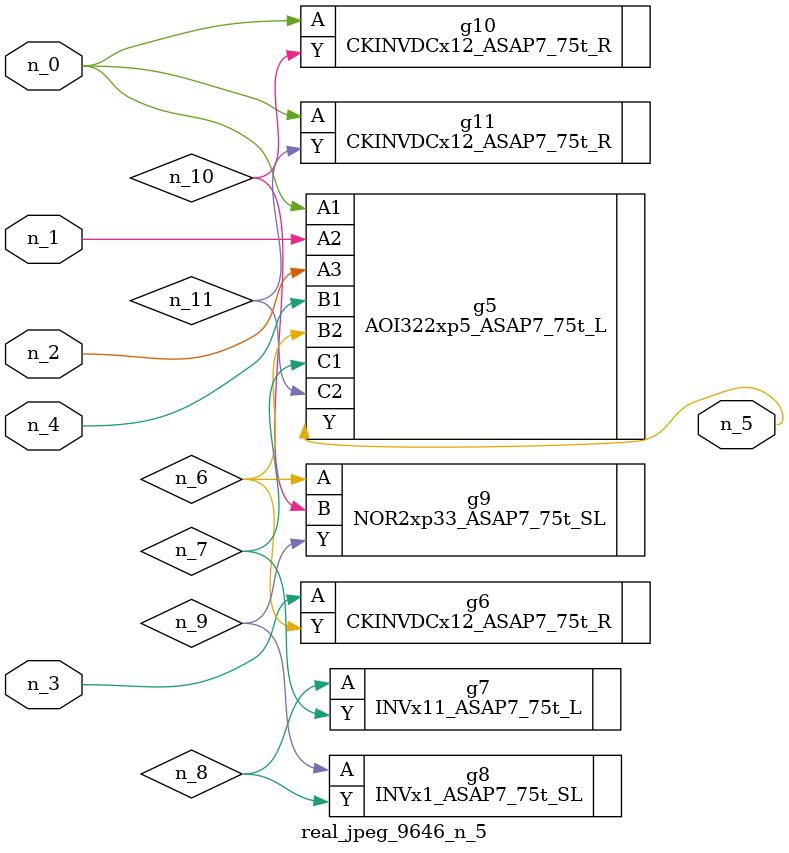
<source format=v>
module real_jpeg_9646_n_5 (n_4, n_0, n_1, n_2, n_3, n_5);

input n_4;
input n_0;
input n_1;
input n_2;
input n_3;

output n_5;

wire n_8;
wire n_11;
wire n_6;
wire n_7;
wire n_10;
wire n_9;

AOI322xp5_ASAP7_75t_L g5 ( 
.A1(n_0),
.A2(n_1),
.A3(n_2),
.B1(n_4),
.B2(n_6),
.C1(n_7),
.C2(n_11),
.Y(n_5)
);

CKINVDCx12_ASAP7_75t_R g10 ( 
.A(n_0),
.Y(n_10)
);

CKINVDCx12_ASAP7_75t_R g11 ( 
.A(n_0),
.Y(n_11)
);

CKINVDCx12_ASAP7_75t_R g6 ( 
.A(n_3),
.Y(n_6)
);

NOR2xp33_ASAP7_75t_SL g9 ( 
.A(n_6),
.B(n_10),
.Y(n_9)
);

INVx11_ASAP7_75t_L g7 ( 
.A(n_8),
.Y(n_7)
);

INVx1_ASAP7_75t_SL g8 ( 
.A(n_9),
.Y(n_8)
);


endmodule
</source>
